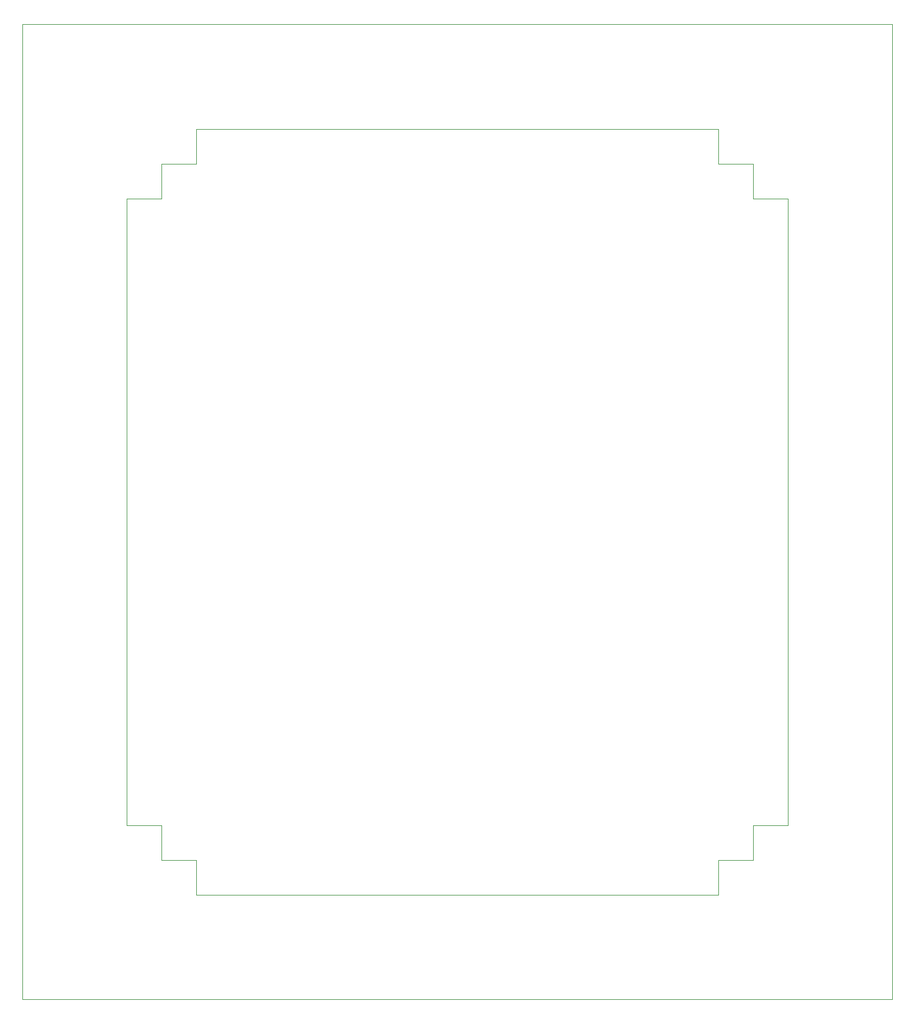
<source format=gbr>
%TF.GenerationSoftware,KiCad,Pcbnew,9.0.1-9.0.1-0~ubuntu24.04.1*%
%TF.CreationDate,2025-04-07T11:01:58-04:00*%
%TF.ProjectId,Pico_LCC,5069636f-5f4c-4434-932e-6b696361645f,4*%
%TF.SameCoordinates,Original*%
%TF.FileFunction,Other,User*%
%FSLAX46Y46*%
G04 Gerber Fmt 4.6, Leading zero omitted, Abs format (unit mm)*
G04 Created by KiCad (PCBNEW 9.0.1-9.0.1-0~ubuntu24.04.1) date 2025-04-07 11:01:58*
%MOMM*%
%LPD*%
G01*
G04 APERTURE LIST*
%ADD10C,0.100000*%
G04 APERTURE END LIST*
D10*
X130000000Y-40000000D02*
X135000000Y-40000000D01*
X135000000Y-45000000D01*
X140000000Y-45000000D01*
X140000000Y-135000000D01*
X135000000Y-135000000D01*
X135000000Y-140000000D01*
X130000000Y-140000000D01*
X130000000Y-145000000D01*
X55000000Y-145000000D01*
X55000000Y-140000000D01*
X50000000Y-140000000D01*
X50000000Y-135000000D01*
X45000000Y-135000000D01*
X45000000Y-45000000D01*
X50000000Y-45000000D01*
X50000000Y-40000000D01*
X55000000Y-40000000D01*
X55000000Y-35000000D01*
X130000000Y-35000000D01*
X130000000Y-40000000D01*
X30000000Y-20000000D02*
X155000000Y-20000000D01*
X155000000Y-160000000D01*
X30000000Y-160000000D01*
X30000000Y-20000000D01*
M02*

</source>
